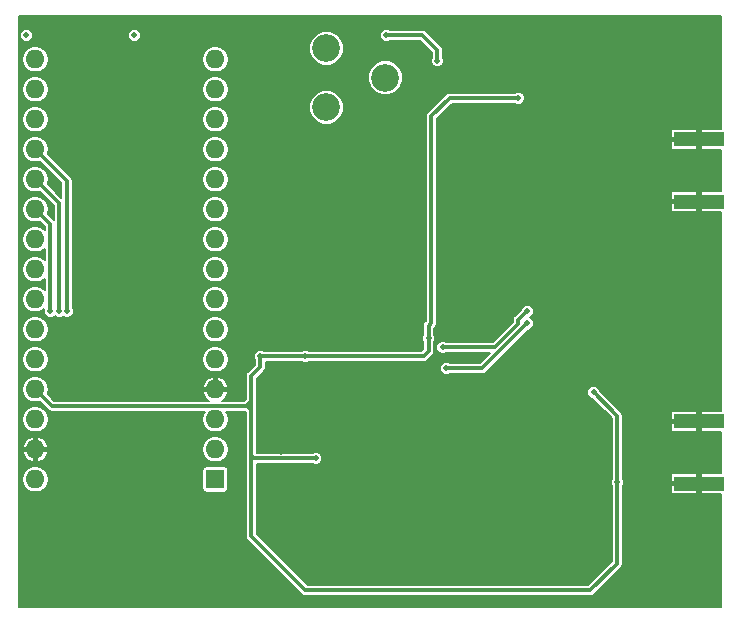
<source format=gbr>
G04 #@! TF.GenerationSoftware,KiCad,Pcbnew,6.0.0-rc1-unknown-0cca1c6~65~ubuntu16.04.1*
G04 #@! TF.CreationDate,2018-08-01T17:44:40+02:00*
G04 #@! TF.ProjectId,ArduinoSpecAn,41726475696E6F53706563416E2E6B69,1.0*
G04 #@! TF.SameCoordinates,Original*
G04 #@! TF.FileFunction,Copper,L2,Bot,Signal*
G04 #@! TF.FilePolarity,Positive*
%FSLAX46Y46*%
G04 Gerber Fmt 4.6, Leading zero omitted, Abs format (unit mm)*
G04 Created by KiCad (PCBNEW 6.0.0-rc1-unknown-0cca1c6~65~ubuntu16.04.1) date Wed Aug  1 17:44:40 2018*
%MOMM*%
%LPD*%
G01*
G04 APERTURE LIST*
G04 #@! TA.AperFunction,ConnectorPad*
%ADD10R,4.200000X1.200000*%
G04 #@! TD*
G04 #@! TA.AperFunction,ComponentPad*
%ADD11R,1.600000X1.600000*%
G04 #@! TD*
G04 #@! TA.AperFunction,ComponentPad*
%ADD12O,1.600000X1.600000*%
G04 #@! TD*
G04 #@! TA.AperFunction,ComponentPad*
%ADD13C,2.340000*%
G04 #@! TD*
G04 #@! TA.AperFunction,ViaPad*
%ADD14C,0.500000*%
G04 #@! TD*
G04 #@! TA.AperFunction,Conductor*
%ADD15C,0.342000*%
G04 #@! TD*
G04 #@! TA.AperFunction,Conductor*
%ADD16C,0.200000*%
G04 #@! TD*
G04 #@! TA.AperFunction,Conductor*
%ADD17C,0.203200*%
G04 #@! TD*
G04 APERTURE END LIST*
D10*
G04 #@! TO.P,J1,4*
G04 #@! TO.N,GND*
X165676000Y-120560000D03*
G04 #@! TO.P,J1,5*
X165676000Y-125820000D03*
G04 #@! TD*
G04 #@! TO.P,J2,4*
G04 #@! TO.N,GND*
X165676000Y-96684000D03*
G04 #@! TO.P,J2,5*
X165676000Y-101944000D03*
G04 #@! TD*
D11*
G04 #@! TO.P,A1,1*
G04 #@! TO.N,N/C*
X124714000Y-125476000D03*
D12*
G04 #@! TO.P,A1,17*
X109474000Y-92456000D03*
G04 #@! TO.P,A1,2*
X124714000Y-122936000D03*
G04 #@! TO.P,A1,18*
X109474000Y-94996000D03*
G04 #@! TO.P,A1,3*
X124714000Y-120396000D03*
G04 #@! TO.P,A1,19*
G04 #@! TO.N,/A0*
X109474000Y-97536000D03*
G04 #@! TO.P,A1,4*
G04 #@! TO.N,GND*
X124714000Y-117856000D03*
G04 #@! TO.P,A1,20*
G04 #@! TO.N,/A1*
X109474000Y-100076000D03*
G04 #@! TO.P,A1,5*
G04 #@! TO.N,N/C*
X124714000Y-115316000D03*
G04 #@! TO.P,A1,21*
G04 #@! TO.N,/A2*
X109474000Y-102616000D03*
G04 #@! TO.P,A1,6*
G04 #@! TO.N,N/C*
X124714000Y-112776000D03*
G04 #@! TO.P,A1,22*
G04 #@! TO.N,/SLD*
X109474000Y-105156000D03*
G04 #@! TO.P,A1,7*
G04 #@! TO.N,N/C*
X124714000Y-110236000D03*
G04 #@! TO.P,A1,23*
G04 #@! TO.N,/SDA*
X109474000Y-107696000D03*
G04 #@! TO.P,A1,8*
G04 #@! TO.N,N/C*
X124714000Y-107696000D03*
G04 #@! TO.P,A1,24*
G04 #@! TO.N,/SCL*
X109474000Y-110236000D03*
G04 #@! TO.P,A1,9*
G04 #@! TO.N,N/C*
X124714000Y-105156000D03*
G04 #@! TO.P,A1,25*
X109474000Y-112776000D03*
G04 #@! TO.P,A1,10*
X124714000Y-102616000D03*
G04 #@! TO.P,A1,26*
X109474000Y-115316000D03*
G04 #@! TO.P,A1,11*
X124714000Y-100076000D03*
G04 #@! TO.P,A1,27*
G04 #@! TO.N,/5V*
X109474000Y-117856000D03*
G04 #@! TO.P,A1,12*
G04 #@! TO.N,N/C*
X124714000Y-97536000D03*
G04 #@! TO.P,A1,28*
X109474000Y-120396000D03*
G04 #@! TO.P,A1,13*
X124714000Y-94996000D03*
G04 #@! TO.P,A1,29*
G04 #@! TO.N,GND*
X109474000Y-122936000D03*
G04 #@! TO.P,A1,14*
G04 #@! TO.N,N/C*
X124714000Y-92456000D03*
G04 #@! TO.P,A1,30*
X109474000Y-125476000D03*
G04 #@! TO.P,A1,15*
X124714000Y-89916000D03*
G04 #@! TO.P,A1,16*
X109474000Y-89916000D03*
G04 #@! TD*
D13*
G04 #@! TO.P,Pot1,1*
G04 #@! TO.N,Net-(C3-Pad2)*
X134112000Y-93980000D03*
G04 #@! TO.P,Pot1,2*
G04 #@! TO.N,Net-(Pot1-Pad2)*
X139112000Y-91480000D03*
G04 #@! TO.P,Pot1,3*
G04 #@! TO.N,N/C*
X134112000Y-88980000D03*
G04 #@! TD*
D14*
G04 #@! TO.N,*
X139192000Y-87884000D03*
X143510000Y-90043000D03*
G04 #@! TO.N,/5V*
X133223000Y-123698000D03*
X156734000Y-118110000D03*
X158734000Y-125730000D03*
X128524000Y-115062000D03*
X142774500Y-113538000D03*
X132334000Y-115062000D03*
X150368000Y-93191500D03*
G04 #@! TO.N,GND*
X164846000Y-108966000D03*
X164846000Y-113284000D03*
X164846000Y-110871000D03*
X164973000Y-91059000D03*
X160655000Y-96139000D03*
X161544000Y-93345000D03*
X157226000Y-131191000D03*
X139827000Y-95250000D03*
X147828000Y-104394000D03*
X141986000Y-104267000D03*
X141986000Y-101219000D03*
X141986000Y-97409000D03*
X149225000Y-107696000D03*
X149225000Y-115824000D03*
X149225000Y-110236000D03*
X130302000Y-116332000D03*
X130302000Y-120015000D03*
X142240000Y-129286000D03*
X151130000Y-129286000D03*
X149098000Y-129286000D03*
X146939000Y-129286000D03*
X144526000Y-129286000D03*
X142113000Y-122047000D03*
X151257000Y-122047000D03*
X149098000Y-122047000D03*
X146939000Y-122047000D03*
X144526000Y-122047000D03*
X165676000Y-120560000D03*
X165676000Y-125820000D03*
X165676000Y-101944000D03*
X165676000Y-96684000D03*
X129413000Y-128000000D03*
X115062000Y-135636000D03*
X109220000Y-135636000D03*
X120650000Y-135636000D03*
X140732000Y-113538000D03*
X140732000Y-109474000D03*
X137144000Y-108712000D03*
X137144000Y-106172000D03*
X137144000Y-103632000D03*
X137144000Y-101092000D03*
X131080000Y-98552000D03*
X131080000Y-108712000D03*
X130299563Y-123124590D03*
X120904000Y-117856000D03*
X120904000Y-120904000D03*
X127254000Y-97409000D03*
X127251563Y-100518590D03*
X127254000Y-93726000D03*
X149135731Y-112752141D03*
X120904000Y-111252000D03*
X120904000Y-107950000D03*
X113792000Y-107950000D03*
X113792000Y-111252000D03*
X112573821Y-120904000D03*
X112573821Y-117856000D03*
X144018000Y-101219000D03*
X144018000Y-104267000D03*
X144018000Y-97409000D03*
G04 #@! TO.N,/A0*
X112158335Y-111242013D03*
G04 #@! TO.N,/SCL*
X151130000Y-112268000D03*
X144272000Y-116078000D03*
G04 #@! TO.N,/SLD*
X151130000Y-111252000D03*
X143980191Y-114299900D03*
G04 #@! TO.N,/A1*
X111506000Y-111252000D03*
G04 #@! TO.N,/A2*
X110744000Y-111252000D03*
G04 #@! TO.N,Net-(Pot1-Pad3)*
X117856000Y-87884000D03*
X108712000Y-87884000D03*
G04 #@! TD*
D15*
G04 #@! TO.N,*
X143510000Y-90043000D02*
X143510000Y-89154000D01*
X139192000Y-87884000D02*
X142240000Y-87884000D01*
X142240000Y-87884000D02*
X143510000Y-89154000D01*
G04 #@! TO.N,/5V*
X158734000Y-120110000D02*
X156734000Y-118110000D01*
X158734000Y-125730000D02*
X158734000Y-120110000D01*
X158734000Y-125730000D02*
X158734000Y-132604000D01*
X158734000Y-132604000D02*
X156464000Y-134874000D01*
X156464000Y-134874000D02*
X132334000Y-134874000D01*
X132334000Y-134874000D02*
X127762000Y-130302000D01*
X110273999Y-118655999D02*
X109474000Y-117856000D01*
X110890599Y-119272599D02*
X110273999Y-118655999D01*
X127400599Y-119272599D02*
X110890599Y-119272599D01*
X127762000Y-119634000D02*
X127400599Y-119272599D01*
X128016000Y-123698000D02*
X127762000Y-123444000D01*
X133223000Y-123698000D02*
X128016000Y-123698000D01*
X127762000Y-130302000D02*
X127762000Y-123444000D01*
X128524000Y-115976500D02*
X127762000Y-116738500D01*
X128524000Y-115062000D02*
X128524000Y-115976500D01*
X127762000Y-119888000D02*
X127762000Y-119634000D01*
X127762000Y-123444000D02*
X127762000Y-119888000D01*
X127400599Y-119272599D02*
X127400599Y-119233401D01*
X127762000Y-118872000D02*
X127762000Y-119888000D01*
X127400599Y-119233401D02*
X127762000Y-118872000D01*
X127762000Y-116738500D02*
X127762000Y-118872000D01*
X129616000Y-115062000D02*
X128524000Y-115062000D01*
X142342500Y-115062000D02*
X129616000Y-115062000D01*
X142774500Y-114630000D02*
X142342500Y-115062000D01*
X142774500Y-113538000D02*
X142774500Y-114630000D01*
D16*
X142774500Y-112588000D02*
X143002000Y-112360500D01*
X142774500Y-113538000D02*
X142774500Y-112588000D01*
D15*
X142774500Y-112446000D02*
X143002000Y-112218500D01*
X142774500Y-113538000D02*
X142774500Y-112446000D01*
X143002000Y-112218500D02*
X143002000Y-94742000D01*
X144552500Y-93191500D02*
X150368000Y-93191500D01*
X143002000Y-94742000D02*
X144552500Y-93191500D01*
G04 #@! TO.N,GND*
X164846000Y-110871000D02*
X164846000Y-108966000D01*
X160655000Y-96139000D02*
X160655000Y-94234000D01*
X161544000Y-93345000D02*
X160655000Y-94234000D01*
X141986000Y-97409000D02*
X141986000Y-101219000D01*
X130302000Y-120015000D02*
X130302000Y-116332000D01*
X146939000Y-129286000D02*
X149098000Y-129286000D01*
X144526000Y-129286000D02*
X142240000Y-129286000D01*
X146939000Y-122047000D02*
X149098000Y-122047000D01*
X144526000Y-122047000D02*
X142113000Y-122047000D01*
X132604000Y-131191000D02*
X129413000Y-128000000D01*
X157226000Y-131191000D02*
X132604000Y-131191000D01*
X115062000Y-135636000D02*
X120650000Y-135636000D01*
X140732000Y-113538000D02*
X140732000Y-109474000D01*
X137144000Y-100942000D02*
X137144000Y-101092000D01*
X134754000Y-98552000D02*
X137144000Y-100942000D01*
X131080000Y-98552000D02*
X134754000Y-98552000D01*
X127254000Y-97409000D02*
X127254000Y-93726000D01*
X120904000Y-111252000D02*
X120904000Y-107950000D01*
X113792000Y-107950000D02*
X113792000Y-111252000D01*
X120904000Y-120904000D02*
X112573821Y-120904000D01*
X144018000Y-97409000D02*
X144018000Y-101219000D01*
G04 #@! TO.N,/A0*
X112158335Y-110888460D02*
X112158335Y-111242013D01*
X109474000Y-97536000D02*
X112158335Y-100220335D01*
X112158335Y-100220335D02*
X112158335Y-110888460D01*
G04 #@! TO.N,/SCL*
X151130000Y-112268000D02*
X147320000Y-116078000D01*
X147320000Y-116078000D02*
X144272000Y-116078000D01*
G04 #@! TO.N,/SLD*
X144333744Y-114299900D02*
X143980191Y-114299900D01*
X148398898Y-114299900D02*
X144333744Y-114299900D01*
X150368000Y-112330798D02*
X148398898Y-114299900D01*
X151130000Y-111252000D02*
X150368000Y-112014000D01*
X150368000Y-112014000D02*
X150368000Y-112330798D01*
G04 #@! TO.N,/A1*
X111506000Y-102108000D02*
X109474000Y-100076000D01*
X111506000Y-111252000D02*
X111506000Y-102108000D01*
G04 #@! TO.N,/A2*
X110744000Y-103886000D02*
X109474000Y-102616000D01*
X110744000Y-111252000D02*
X110744000Y-103886000D01*
G04 #@! TD*
D17*
G04 #@! TO.N,GND*
G36*
X167514200Y-86263318D02*
X167514200Y-95779200D01*
X165904600Y-95779200D01*
X165828400Y-95855400D01*
X165828400Y-96531600D01*
X165848400Y-96531600D01*
X165848400Y-96836400D01*
X165828400Y-96836400D01*
X165828400Y-97512600D01*
X165904600Y-97588800D01*
X167514200Y-97588800D01*
X167514200Y-101039200D01*
X165904600Y-101039200D01*
X165828400Y-101115400D01*
X165828400Y-101791600D01*
X165848400Y-101791600D01*
X165848400Y-102096400D01*
X165828400Y-102096400D01*
X165828400Y-102772600D01*
X165904600Y-102848800D01*
X167514200Y-102848800D01*
X167514201Y-119655200D01*
X165904600Y-119655200D01*
X165828400Y-119731400D01*
X165828400Y-120407600D01*
X165848400Y-120407600D01*
X165848400Y-120712400D01*
X165828400Y-120712400D01*
X165828400Y-121388600D01*
X165904600Y-121464800D01*
X167514201Y-121464800D01*
X167514201Y-124915200D01*
X165904600Y-124915200D01*
X165828400Y-124991400D01*
X165828400Y-125667600D01*
X165848400Y-125667600D01*
X165848400Y-125972400D01*
X165828400Y-125972400D01*
X165828400Y-126648600D01*
X165904600Y-126724800D01*
X167514201Y-126724800D01*
X167514201Y-136240681D01*
X167482682Y-136272200D01*
X108107318Y-136272200D01*
X108075800Y-136240682D01*
X108075800Y-125476000D01*
X108347556Y-125476000D01*
X108433301Y-125907071D01*
X108677484Y-126272516D01*
X109042929Y-126516699D01*
X109365188Y-126580800D01*
X109582812Y-126580800D01*
X109905071Y-126516699D01*
X110270516Y-126272516D01*
X110514699Y-125907071D01*
X110600444Y-125476000D01*
X110514699Y-125044929D01*
X110270516Y-124679484D01*
X110265302Y-124676000D01*
X123603229Y-124676000D01*
X123603229Y-126276000D01*
X123626885Y-126394927D01*
X123694252Y-126495748D01*
X123795073Y-126563115D01*
X123914000Y-126586771D01*
X125514000Y-126586771D01*
X125632927Y-126563115D01*
X125733748Y-126495748D01*
X125801115Y-126394927D01*
X125824771Y-126276000D01*
X125824771Y-124676000D01*
X125801115Y-124557073D01*
X125733748Y-124456252D01*
X125632927Y-124388885D01*
X125514000Y-124365229D01*
X123914000Y-124365229D01*
X123795073Y-124388885D01*
X123694252Y-124456252D01*
X123626885Y-124557073D01*
X123603229Y-124676000D01*
X110265302Y-124676000D01*
X109905071Y-124435301D01*
X109582812Y-124371200D01*
X109365188Y-124371200D01*
X109042929Y-124435301D01*
X108677484Y-124679484D01*
X108433301Y-125044929D01*
X108347556Y-125476000D01*
X108075800Y-125476000D01*
X108075800Y-123257700D01*
X108417074Y-123257700D01*
X108499151Y-123455892D01*
X108772311Y-123789376D01*
X109152297Y-123992941D01*
X109321600Y-123954054D01*
X109321600Y-123088400D01*
X109626400Y-123088400D01*
X109626400Y-123954054D01*
X109795703Y-123992941D01*
X110175689Y-123789376D01*
X110448849Y-123455892D01*
X110530926Y-123257700D01*
X110491247Y-123088400D01*
X109626400Y-123088400D01*
X109321600Y-123088400D01*
X108456753Y-123088400D01*
X108417074Y-123257700D01*
X108075800Y-123257700D01*
X108075800Y-122936000D01*
X123587556Y-122936000D01*
X123673301Y-123367071D01*
X123917484Y-123732516D01*
X124282929Y-123976699D01*
X124605188Y-124040800D01*
X124822812Y-124040800D01*
X125145071Y-123976699D01*
X125510516Y-123732516D01*
X125754699Y-123367071D01*
X125840444Y-122936000D01*
X125754699Y-122504929D01*
X125510516Y-122139484D01*
X125145071Y-121895301D01*
X124822812Y-121831200D01*
X124605188Y-121831200D01*
X124282929Y-121895301D01*
X123917484Y-122139484D01*
X123673301Y-122504929D01*
X123587556Y-122936000D01*
X108075800Y-122936000D01*
X108075800Y-122614300D01*
X108417074Y-122614300D01*
X108456753Y-122783600D01*
X109321600Y-122783600D01*
X109321600Y-121917946D01*
X109626400Y-121917946D01*
X109626400Y-122783600D01*
X110491247Y-122783600D01*
X110530926Y-122614300D01*
X110448849Y-122416108D01*
X110175689Y-122082624D01*
X109795703Y-121879059D01*
X109626400Y-121917946D01*
X109321600Y-121917946D01*
X109152297Y-121879059D01*
X108772311Y-122082624D01*
X108499151Y-122416108D01*
X108417074Y-122614300D01*
X108075800Y-122614300D01*
X108075800Y-120396000D01*
X108347556Y-120396000D01*
X108433301Y-120827071D01*
X108677484Y-121192516D01*
X109042929Y-121436699D01*
X109365188Y-121500800D01*
X109582812Y-121500800D01*
X109905071Y-121436699D01*
X110270516Y-121192516D01*
X110514699Y-120827071D01*
X110600444Y-120396000D01*
X110514699Y-119964929D01*
X110270516Y-119599484D01*
X109905071Y-119355301D01*
X109582812Y-119291200D01*
X109365188Y-119291200D01*
X109042929Y-119355301D01*
X108677484Y-119599484D01*
X108433301Y-119964929D01*
X108347556Y-120396000D01*
X108075800Y-120396000D01*
X108075800Y-117856000D01*
X108347556Y-117856000D01*
X108433301Y-118287071D01*
X108677484Y-118652516D01*
X109042929Y-118896699D01*
X109365188Y-118960800D01*
X109582812Y-118960800D01*
X109852311Y-118907194D01*
X109970691Y-119025574D01*
X109970694Y-119025576D01*
X110521024Y-119575907D01*
X110547567Y-119615631D01*
X110704951Y-119720792D01*
X110843740Y-119748399D01*
X110843743Y-119748399D01*
X110890598Y-119757719D01*
X110937454Y-119748399D01*
X123817982Y-119748399D01*
X123673301Y-119964929D01*
X123587556Y-120396000D01*
X123673301Y-120827071D01*
X123917484Y-121192516D01*
X124282929Y-121436699D01*
X124605188Y-121500800D01*
X124822812Y-121500800D01*
X125145071Y-121436699D01*
X125510516Y-121192516D01*
X125754699Y-120827071D01*
X125840444Y-120396000D01*
X125754699Y-119964929D01*
X125610018Y-119748399D01*
X127203517Y-119748399D01*
X127286200Y-119831083D01*
X127286200Y-119934858D01*
X127286201Y-119934863D01*
X127286200Y-123397144D01*
X127276880Y-123444000D01*
X127286200Y-123490855D01*
X127286200Y-123490858D01*
X127286201Y-123490863D01*
X127286200Y-130255145D01*
X127276880Y-130302000D01*
X127286200Y-130348855D01*
X127286200Y-130348858D01*
X127313807Y-130487647D01*
X127418968Y-130645032D01*
X127458694Y-130671576D01*
X131964426Y-135177308D01*
X131990968Y-135217032D01*
X132148352Y-135322193D01*
X132287141Y-135349800D01*
X132287145Y-135349800D01*
X132333999Y-135359120D01*
X132380853Y-135349800D01*
X156417145Y-135349800D01*
X156464000Y-135359120D01*
X156510855Y-135349800D01*
X156510859Y-135349800D01*
X156649648Y-135322193D01*
X156807032Y-135217032D01*
X156833576Y-135177306D01*
X159037306Y-132973576D01*
X159077032Y-132947032D01*
X159182193Y-132789648D01*
X159209800Y-132650859D01*
X159209800Y-132650856D01*
X159219120Y-132604000D01*
X159209800Y-132557145D01*
X159209800Y-126048600D01*
X163271200Y-126048600D01*
X163271200Y-126480629D01*
X163317603Y-126592656D01*
X163403345Y-126678397D01*
X163515372Y-126724800D01*
X165447400Y-126724800D01*
X165523600Y-126648600D01*
X165523600Y-125972400D01*
X163347400Y-125972400D01*
X163271200Y-126048600D01*
X159209800Y-126048600D01*
X159209800Y-126031080D01*
X159288800Y-125840357D01*
X159288800Y-125619643D01*
X159209800Y-125428920D01*
X159209800Y-125159371D01*
X163271200Y-125159371D01*
X163271200Y-125591400D01*
X163347400Y-125667600D01*
X165523600Y-125667600D01*
X165523600Y-124991400D01*
X165447400Y-124915200D01*
X163515372Y-124915200D01*
X163403345Y-124961603D01*
X163317603Y-125047344D01*
X163271200Y-125159371D01*
X159209800Y-125159371D01*
X159209800Y-120788600D01*
X163271200Y-120788600D01*
X163271200Y-121220629D01*
X163317603Y-121332656D01*
X163403345Y-121418397D01*
X163515372Y-121464800D01*
X165447400Y-121464800D01*
X165523600Y-121388600D01*
X165523600Y-120712400D01*
X163347400Y-120712400D01*
X163271200Y-120788600D01*
X159209800Y-120788600D01*
X159209800Y-120156855D01*
X159219120Y-120109999D01*
X159209800Y-120063144D01*
X159209800Y-120063141D01*
X159182193Y-119924352D01*
X159165502Y-119899371D01*
X163271200Y-119899371D01*
X163271200Y-120331400D01*
X163347400Y-120407600D01*
X165523600Y-120407600D01*
X165523600Y-119731400D01*
X165447400Y-119655200D01*
X163515372Y-119655200D01*
X163403345Y-119701603D01*
X163317603Y-119787344D01*
X163271200Y-119899371D01*
X159165502Y-119899371D01*
X159077032Y-119766968D01*
X159037308Y-119740425D01*
X157283338Y-117986455D01*
X157204337Y-117795731D01*
X157048269Y-117639663D01*
X156844357Y-117555200D01*
X156623643Y-117555200D01*
X156419731Y-117639663D01*
X156263663Y-117795731D01*
X156179200Y-117999643D01*
X156179200Y-118220357D01*
X156263663Y-118424269D01*
X156419731Y-118580337D01*
X156610455Y-118659338D01*
X158258201Y-120307084D01*
X158258200Y-125428920D01*
X158179200Y-125619643D01*
X158179200Y-125840357D01*
X158258200Y-126031080D01*
X158258201Y-132406917D01*
X156266918Y-134398200D01*
X132531083Y-134398200D01*
X128237800Y-130104918D01*
X128237800Y-124173800D01*
X132921920Y-124173800D01*
X133112643Y-124252800D01*
X133333357Y-124252800D01*
X133537269Y-124168337D01*
X133693337Y-124012269D01*
X133777800Y-123808357D01*
X133777800Y-123587643D01*
X133693337Y-123383731D01*
X133537269Y-123227663D01*
X133333357Y-123143200D01*
X133112643Y-123143200D01*
X132921920Y-123222200D01*
X128237800Y-123222200D01*
X128237800Y-119680855D01*
X128247120Y-119633999D01*
X128237800Y-119587142D01*
X128237800Y-118918856D01*
X128247120Y-118872001D01*
X128237800Y-118825145D01*
X128237800Y-116935582D01*
X128827306Y-116346076D01*
X128867032Y-116319532D01*
X128972193Y-116162148D01*
X128999800Y-116023359D01*
X128999800Y-116023356D01*
X129009120Y-115976500D01*
X128999800Y-115929645D01*
X128999800Y-115537800D01*
X132032920Y-115537800D01*
X132223643Y-115616800D01*
X132444357Y-115616800D01*
X132635080Y-115537800D01*
X142295645Y-115537800D01*
X142342500Y-115547120D01*
X142389355Y-115537800D01*
X142389359Y-115537800D01*
X142528148Y-115510193D01*
X142685532Y-115405032D01*
X142712076Y-115365306D01*
X143077808Y-114999575D01*
X143117532Y-114973032D01*
X143222693Y-114815648D01*
X143250300Y-114676859D01*
X143250300Y-114676856D01*
X143259620Y-114630001D01*
X143250300Y-114583145D01*
X143250300Y-114189543D01*
X143425391Y-114189543D01*
X143425391Y-114410257D01*
X143509854Y-114614169D01*
X143665922Y-114770237D01*
X143869834Y-114854700D01*
X144090548Y-114854700D01*
X144281271Y-114775700D01*
X147949418Y-114775700D01*
X147122918Y-115602200D01*
X144573080Y-115602200D01*
X144382357Y-115523200D01*
X144161643Y-115523200D01*
X143957731Y-115607663D01*
X143801663Y-115763731D01*
X143717200Y-115967643D01*
X143717200Y-116188357D01*
X143801663Y-116392269D01*
X143957731Y-116548337D01*
X144161643Y-116632800D01*
X144382357Y-116632800D01*
X144573080Y-116553800D01*
X147273145Y-116553800D01*
X147320000Y-116563120D01*
X147366855Y-116553800D01*
X147366859Y-116553800D01*
X147505648Y-116526193D01*
X147663032Y-116421032D01*
X147689576Y-116381306D01*
X151253544Y-112817338D01*
X151444269Y-112738337D01*
X151600337Y-112582269D01*
X151684800Y-112378357D01*
X151684800Y-112157643D01*
X151600337Y-111953731D01*
X151444269Y-111797663D01*
X151353342Y-111760000D01*
X151444269Y-111722337D01*
X151600337Y-111566269D01*
X151684800Y-111362357D01*
X151684800Y-111141643D01*
X151600337Y-110937731D01*
X151444269Y-110781663D01*
X151240357Y-110697200D01*
X151019643Y-110697200D01*
X150815731Y-110781663D01*
X150659663Y-110937731D01*
X150580662Y-111128456D01*
X150064694Y-111644424D01*
X150024968Y-111670968D01*
X149919807Y-111828353D01*
X149892200Y-111967142D01*
X149892200Y-111967145D01*
X149882880Y-112014000D01*
X149892200Y-112060855D01*
X149892200Y-112133716D01*
X148201816Y-113824100D01*
X144281271Y-113824100D01*
X144090548Y-113745100D01*
X143869834Y-113745100D01*
X143665922Y-113829563D01*
X143509854Y-113985631D01*
X143425391Y-114189543D01*
X143250300Y-114189543D01*
X143250300Y-113839080D01*
X143329300Y-113648357D01*
X143329300Y-113427643D01*
X143250300Y-113236920D01*
X143250300Y-112684673D01*
X143316427Y-112618546D01*
X143383313Y-112518445D01*
X143387336Y-112498220D01*
X143450193Y-112404148D01*
X143477800Y-112265359D01*
X143477800Y-112265356D01*
X143487120Y-112218500D01*
X143477800Y-112171645D01*
X143477800Y-102172600D01*
X163271200Y-102172600D01*
X163271200Y-102604629D01*
X163317603Y-102716656D01*
X163403345Y-102802397D01*
X163515372Y-102848800D01*
X165447400Y-102848800D01*
X165523600Y-102772600D01*
X165523600Y-102096400D01*
X163347400Y-102096400D01*
X163271200Y-102172600D01*
X143477800Y-102172600D01*
X143477800Y-101283371D01*
X163271200Y-101283371D01*
X163271200Y-101715400D01*
X163347400Y-101791600D01*
X165523600Y-101791600D01*
X165523600Y-101115400D01*
X165447400Y-101039200D01*
X163515372Y-101039200D01*
X163403345Y-101085603D01*
X163317603Y-101171344D01*
X163271200Y-101283371D01*
X143477800Y-101283371D01*
X143477800Y-96912600D01*
X163271200Y-96912600D01*
X163271200Y-97344629D01*
X163317603Y-97456656D01*
X163403345Y-97542397D01*
X163515372Y-97588800D01*
X165447400Y-97588800D01*
X165523600Y-97512600D01*
X165523600Y-96836400D01*
X163347400Y-96836400D01*
X163271200Y-96912600D01*
X143477800Y-96912600D01*
X143477800Y-96023371D01*
X163271200Y-96023371D01*
X163271200Y-96455400D01*
X163347400Y-96531600D01*
X165523600Y-96531600D01*
X165523600Y-95855400D01*
X165447400Y-95779200D01*
X163515372Y-95779200D01*
X163403345Y-95825603D01*
X163317603Y-95911344D01*
X163271200Y-96023371D01*
X143477800Y-96023371D01*
X143477800Y-94939082D01*
X144749583Y-93667300D01*
X150066920Y-93667300D01*
X150257643Y-93746300D01*
X150478357Y-93746300D01*
X150682269Y-93661837D01*
X150838337Y-93505769D01*
X150922800Y-93301857D01*
X150922800Y-93081143D01*
X150838337Y-92877231D01*
X150682269Y-92721163D01*
X150478357Y-92636700D01*
X150257643Y-92636700D01*
X150066920Y-92715700D01*
X144599355Y-92715700D01*
X144552499Y-92706380D01*
X144505644Y-92715700D01*
X144505641Y-92715700D01*
X144366852Y-92743307D01*
X144209468Y-92848468D01*
X144182925Y-92888192D01*
X142698692Y-94372426D01*
X142658969Y-94398968D01*
X142632427Y-94438691D01*
X142632425Y-94438693D01*
X142553807Y-94556353D01*
X142516880Y-94742000D01*
X142526201Y-94788860D01*
X142526200Y-112021418D01*
X142471192Y-112076426D01*
X142431469Y-112102968D01*
X142404927Y-112142691D01*
X142404925Y-112142693D01*
X142326307Y-112260353D01*
X142289380Y-112446000D01*
X142298701Y-112492860D01*
X142298700Y-113236919D01*
X142219700Y-113427643D01*
X142219700Y-113648357D01*
X142298700Y-113839081D01*
X142298701Y-114432917D01*
X142145418Y-114586200D01*
X132635080Y-114586200D01*
X132444357Y-114507200D01*
X132223643Y-114507200D01*
X132032920Y-114586200D01*
X128825080Y-114586200D01*
X128634357Y-114507200D01*
X128413643Y-114507200D01*
X128209731Y-114591663D01*
X128053663Y-114747731D01*
X127969200Y-114951643D01*
X127969200Y-115172357D01*
X128048200Y-115363081D01*
X128048201Y-115779417D01*
X127458694Y-116368924D01*
X127418968Y-116395468D01*
X127313807Y-116552853D01*
X127286200Y-116691642D01*
X127286200Y-116691645D01*
X127276880Y-116738500D01*
X127286200Y-116785356D01*
X127286201Y-118674917D01*
X127164319Y-118796799D01*
X125252500Y-118796799D01*
X125415689Y-118709376D01*
X125688849Y-118375892D01*
X125770926Y-118177700D01*
X125731247Y-118008400D01*
X124866400Y-118008400D01*
X124866400Y-118028400D01*
X124561600Y-118028400D01*
X124561600Y-118008400D01*
X123696753Y-118008400D01*
X123657074Y-118177700D01*
X123739151Y-118375892D01*
X124012311Y-118709376D01*
X124175500Y-118796799D01*
X111087682Y-118796799D01*
X110643576Y-118352694D01*
X110643574Y-118352691D01*
X110525194Y-118234311D01*
X110600444Y-117856000D01*
X110536455Y-117534300D01*
X123657074Y-117534300D01*
X123696753Y-117703600D01*
X124561600Y-117703600D01*
X124561600Y-116837946D01*
X124866400Y-116837946D01*
X124866400Y-117703600D01*
X125731247Y-117703600D01*
X125770926Y-117534300D01*
X125688849Y-117336108D01*
X125415689Y-117002624D01*
X125035703Y-116799059D01*
X124866400Y-116837946D01*
X124561600Y-116837946D01*
X124392297Y-116799059D01*
X124012311Y-117002624D01*
X123739151Y-117336108D01*
X123657074Y-117534300D01*
X110536455Y-117534300D01*
X110514699Y-117424929D01*
X110270516Y-117059484D01*
X109905071Y-116815301D01*
X109582812Y-116751200D01*
X109365188Y-116751200D01*
X109042929Y-116815301D01*
X108677484Y-117059484D01*
X108433301Y-117424929D01*
X108347556Y-117856000D01*
X108075800Y-117856000D01*
X108075800Y-115316000D01*
X108347556Y-115316000D01*
X108433301Y-115747071D01*
X108677484Y-116112516D01*
X109042929Y-116356699D01*
X109365188Y-116420800D01*
X109582812Y-116420800D01*
X109905071Y-116356699D01*
X110270516Y-116112516D01*
X110514699Y-115747071D01*
X110600444Y-115316000D01*
X123587556Y-115316000D01*
X123673301Y-115747071D01*
X123917484Y-116112516D01*
X124282929Y-116356699D01*
X124605188Y-116420800D01*
X124822812Y-116420800D01*
X125145071Y-116356699D01*
X125510516Y-116112516D01*
X125754699Y-115747071D01*
X125840444Y-115316000D01*
X125754699Y-114884929D01*
X125510516Y-114519484D01*
X125145071Y-114275301D01*
X124822812Y-114211200D01*
X124605188Y-114211200D01*
X124282929Y-114275301D01*
X123917484Y-114519484D01*
X123673301Y-114884929D01*
X123587556Y-115316000D01*
X110600444Y-115316000D01*
X110514699Y-114884929D01*
X110270516Y-114519484D01*
X109905071Y-114275301D01*
X109582812Y-114211200D01*
X109365188Y-114211200D01*
X109042929Y-114275301D01*
X108677484Y-114519484D01*
X108433301Y-114884929D01*
X108347556Y-115316000D01*
X108075800Y-115316000D01*
X108075800Y-112776000D01*
X108347556Y-112776000D01*
X108433301Y-113207071D01*
X108677484Y-113572516D01*
X109042929Y-113816699D01*
X109365188Y-113880800D01*
X109582812Y-113880800D01*
X109905071Y-113816699D01*
X110270516Y-113572516D01*
X110514699Y-113207071D01*
X110600444Y-112776000D01*
X123587556Y-112776000D01*
X123673301Y-113207071D01*
X123917484Y-113572516D01*
X124282929Y-113816699D01*
X124605188Y-113880800D01*
X124822812Y-113880800D01*
X125145071Y-113816699D01*
X125510516Y-113572516D01*
X125754699Y-113207071D01*
X125840444Y-112776000D01*
X125754699Y-112344929D01*
X125510516Y-111979484D01*
X125145071Y-111735301D01*
X124822812Y-111671200D01*
X124605188Y-111671200D01*
X124282929Y-111735301D01*
X123917484Y-111979484D01*
X123673301Y-112344929D01*
X123587556Y-112776000D01*
X110600444Y-112776000D01*
X110514699Y-112344929D01*
X110270516Y-111979484D01*
X109905071Y-111735301D01*
X109582812Y-111671200D01*
X109365188Y-111671200D01*
X109042929Y-111735301D01*
X108677484Y-111979484D01*
X108433301Y-112344929D01*
X108347556Y-112776000D01*
X108075800Y-112776000D01*
X108075800Y-97536000D01*
X108347556Y-97536000D01*
X108433301Y-97967071D01*
X108677484Y-98332516D01*
X109042929Y-98576699D01*
X109365188Y-98640800D01*
X109582812Y-98640800D01*
X109852311Y-98587194D01*
X111682535Y-100417418D01*
X111682535Y-101611652D01*
X110525194Y-100454311D01*
X110600444Y-100076000D01*
X110514699Y-99644929D01*
X110270516Y-99279484D01*
X109905071Y-99035301D01*
X109582812Y-98971200D01*
X109365188Y-98971200D01*
X109042929Y-99035301D01*
X108677484Y-99279484D01*
X108433301Y-99644929D01*
X108347556Y-100076000D01*
X108433301Y-100507071D01*
X108677484Y-100872516D01*
X109042929Y-101116699D01*
X109365188Y-101180800D01*
X109582812Y-101180800D01*
X109852311Y-101127194D01*
X111030201Y-102305084D01*
X111030201Y-103499318D01*
X110525194Y-102994311D01*
X110600444Y-102616000D01*
X110514699Y-102184929D01*
X110270516Y-101819484D01*
X109905071Y-101575301D01*
X109582812Y-101511200D01*
X109365188Y-101511200D01*
X109042929Y-101575301D01*
X108677484Y-101819484D01*
X108433301Y-102184929D01*
X108347556Y-102616000D01*
X108433301Y-103047071D01*
X108677484Y-103412516D01*
X109042929Y-103656699D01*
X109365188Y-103720800D01*
X109582812Y-103720800D01*
X109852311Y-103667194D01*
X110268201Y-104083084D01*
X110268201Y-104357937D01*
X109905071Y-104115301D01*
X109582812Y-104051200D01*
X109365188Y-104051200D01*
X109042929Y-104115301D01*
X108677484Y-104359484D01*
X108433301Y-104724929D01*
X108347556Y-105156000D01*
X108433301Y-105587071D01*
X108677484Y-105952516D01*
X109042929Y-106196699D01*
X109365188Y-106260800D01*
X109582812Y-106260800D01*
X109905071Y-106196699D01*
X110268201Y-105954063D01*
X110268201Y-106897937D01*
X109905071Y-106655301D01*
X109582812Y-106591200D01*
X109365188Y-106591200D01*
X109042929Y-106655301D01*
X108677484Y-106899484D01*
X108433301Y-107264929D01*
X108347556Y-107696000D01*
X108433301Y-108127071D01*
X108677484Y-108492516D01*
X109042929Y-108736699D01*
X109365188Y-108800800D01*
X109582812Y-108800800D01*
X109905071Y-108736699D01*
X110268200Y-108494063D01*
X110268200Y-109437937D01*
X109905071Y-109195301D01*
X109582812Y-109131200D01*
X109365188Y-109131200D01*
X109042929Y-109195301D01*
X108677484Y-109439484D01*
X108433301Y-109804929D01*
X108347556Y-110236000D01*
X108433301Y-110667071D01*
X108677484Y-111032516D01*
X109042929Y-111276699D01*
X109365188Y-111340800D01*
X109582812Y-111340800D01*
X109905071Y-111276699D01*
X110220582Y-111065881D01*
X110189200Y-111141643D01*
X110189200Y-111362357D01*
X110273663Y-111566269D01*
X110429731Y-111722337D01*
X110633643Y-111806800D01*
X110854357Y-111806800D01*
X111058269Y-111722337D01*
X111125000Y-111655606D01*
X111191731Y-111722337D01*
X111395643Y-111806800D01*
X111616357Y-111806800D01*
X111820269Y-111722337D01*
X111837161Y-111705445D01*
X111844066Y-111712350D01*
X112047978Y-111796813D01*
X112268692Y-111796813D01*
X112472604Y-111712350D01*
X112628672Y-111556282D01*
X112713135Y-111352370D01*
X112713135Y-111131656D01*
X112634135Y-110940933D01*
X112634135Y-110236000D01*
X123587556Y-110236000D01*
X123673301Y-110667071D01*
X123917484Y-111032516D01*
X124282929Y-111276699D01*
X124605188Y-111340800D01*
X124822812Y-111340800D01*
X125145071Y-111276699D01*
X125510516Y-111032516D01*
X125754699Y-110667071D01*
X125840444Y-110236000D01*
X125754699Y-109804929D01*
X125510516Y-109439484D01*
X125145071Y-109195301D01*
X124822812Y-109131200D01*
X124605188Y-109131200D01*
X124282929Y-109195301D01*
X123917484Y-109439484D01*
X123673301Y-109804929D01*
X123587556Y-110236000D01*
X112634135Y-110236000D01*
X112634135Y-107696000D01*
X123587556Y-107696000D01*
X123673301Y-108127071D01*
X123917484Y-108492516D01*
X124282929Y-108736699D01*
X124605188Y-108800800D01*
X124822812Y-108800800D01*
X125145071Y-108736699D01*
X125510516Y-108492516D01*
X125754699Y-108127071D01*
X125840444Y-107696000D01*
X125754699Y-107264929D01*
X125510516Y-106899484D01*
X125145071Y-106655301D01*
X124822812Y-106591200D01*
X124605188Y-106591200D01*
X124282929Y-106655301D01*
X123917484Y-106899484D01*
X123673301Y-107264929D01*
X123587556Y-107696000D01*
X112634135Y-107696000D01*
X112634135Y-105156000D01*
X123587556Y-105156000D01*
X123673301Y-105587071D01*
X123917484Y-105952516D01*
X124282929Y-106196699D01*
X124605188Y-106260800D01*
X124822812Y-106260800D01*
X125145071Y-106196699D01*
X125510516Y-105952516D01*
X125754699Y-105587071D01*
X125840444Y-105156000D01*
X125754699Y-104724929D01*
X125510516Y-104359484D01*
X125145071Y-104115301D01*
X124822812Y-104051200D01*
X124605188Y-104051200D01*
X124282929Y-104115301D01*
X123917484Y-104359484D01*
X123673301Y-104724929D01*
X123587556Y-105156000D01*
X112634135Y-105156000D01*
X112634135Y-102616000D01*
X123587556Y-102616000D01*
X123673301Y-103047071D01*
X123917484Y-103412516D01*
X124282929Y-103656699D01*
X124605188Y-103720800D01*
X124822812Y-103720800D01*
X125145071Y-103656699D01*
X125510516Y-103412516D01*
X125754699Y-103047071D01*
X125840444Y-102616000D01*
X125754699Y-102184929D01*
X125510516Y-101819484D01*
X125145071Y-101575301D01*
X124822812Y-101511200D01*
X124605188Y-101511200D01*
X124282929Y-101575301D01*
X123917484Y-101819484D01*
X123673301Y-102184929D01*
X123587556Y-102616000D01*
X112634135Y-102616000D01*
X112634135Y-100267190D01*
X112643455Y-100220335D01*
X112634135Y-100173477D01*
X112634135Y-100173476D01*
X112614746Y-100076000D01*
X123587556Y-100076000D01*
X123673301Y-100507071D01*
X123917484Y-100872516D01*
X124282929Y-101116699D01*
X124605188Y-101180800D01*
X124822812Y-101180800D01*
X125145071Y-101116699D01*
X125510516Y-100872516D01*
X125754699Y-100507071D01*
X125840444Y-100076000D01*
X125754699Y-99644929D01*
X125510516Y-99279484D01*
X125145071Y-99035301D01*
X124822812Y-98971200D01*
X124605188Y-98971200D01*
X124282929Y-99035301D01*
X123917484Y-99279484D01*
X123673301Y-99644929D01*
X123587556Y-100076000D01*
X112614746Y-100076000D01*
X112606528Y-100034687D01*
X112501367Y-99877303D01*
X112461644Y-99850761D01*
X110525194Y-97914311D01*
X110600444Y-97536000D01*
X123587556Y-97536000D01*
X123673301Y-97967071D01*
X123917484Y-98332516D01*
X124282929Y-98576699D01*
X124605188Y-98640800D01*
X124822812Y-98640800D01*
X125145071Y-98576699D01*
X125510516Y-98332516D01*
X125754699Y-97967071D01*
X125840444Y-97536000D01*
X125754699Y-97104929D01*
X125510516Y-96739484D01*
X125145071Y-96495301D01*
X124822812Y-96431200D01*
X124605188Y-96431200D01*
X124282929Y-96495301D01*
X123917484Y-96739484D01*
X123673301Y-97104929D01*
X123587556Y-97536000D01*
X110600444Y-97536000D01*
X110514699Y-97104929D01*
X110270516Y-96739484D01*
X109905071Y-96495301D01*
X109582812Y-96431200D01*
X109365188Y-96431200D01*
X109042929Y-96495301D01*
X108677484Y-96739484D01*
X108433301Y-97104929D01*
X108347556Y-97536000D01*
X108075800Y-97536000D01*
X108075800Y-94996000D01*
X108347556Y-94996000D01*
X108433301Y-95427071D01*
X108677484Y-95792516D01*
X109042929Y-96036699D01*
X109365188Y-96100800D01*
X109582812Y-96100800D01*
X109905071Y-96036699D01*
X110270516Y-95792516D01*
X110514699Y-95427071D01*
X110600444Y-94996000D01*
X123587556Y-94996000D01*
X123673301Y-95427071D01*
X123917484Y-95792516D01*
X124282929Y-96036699D01*
X124605188Y-96100800D01*
X124822812Y-96100800D01*
X125145071Y-96036699D01*
X125510516Y-95792516D01*
X125754699Y-95427071D01*
X125840444Y-94996000D01*
X125754699Y-94564929D01*
X125510516Y-94199484D01*
X125145071Y-93955301D01*
X124822812Y-93891200D01*
X124605188Y-93891200D01*
X124282929Y-93955301D01*
X123917484Y-94199484D01*
X123673301Y-94564929D01*
X123587556Y-94996000D01*
X110600444Y-94996000D01*
X110514699Y-94564929D01*
X110270516Y-94199484D01*
X109905071Y-93955301D01*
X109582812Y-93891200D01*
X109365188Y-93891200D01*
X109042929Y-93955301D01*
X108677484Y-94199484D01*
X108433301Y-94564929D01*
X108347556Y-94996000D01*
X108075800Y-94996000D01*
X108075800Y-93686644D01*
X132637200Y-93686644D01*
X132637200Y-94273356D01*
X132861725Y-94815407D01*
X133276593Y-95230275D01*
X133818644Y-95454800D01*
X134405356Y-95454800D01*
X134947407Y-95230275D01*
X135362275Y-94815407D01*
X135586800Y-94273356D01*
X135586800Y-93686644D01*
X135362275Y-93144593D01*
X134947407Y-92729725D01*
X134405356Y-92505200D01*
X133818644Y-92505200D01*
X133276593Y-92729725D01*
X132861725Y-93144593D01*
X132637200Y-93686644D01*
X108075800Y-93686644D01*
X108075800Y-92456000D01*
X108347556Y-92456000D01*
X108433301Y-92887071D01*
X108677484Y-93252516D01*
X109042929Y-93496699D01*
X109365188Y-93560800D01*
X109582812Y-93560800D01*
X109905071Y-93496699D01*
X110270516Y-93252516D01*
X110514699Y-92887071D01*
X110600444Y-92456000D01*
X123587556Y-92456000D01*
X123673301Y-92887071D01*
X123917484Y-93252516D01*
X124282929Y-93496699D01*
X124605188Y-93560800D01*
X124822812Y-93560800D01*
X125145071Y-93496699D01*
X125510516Y-93252516D01*
X125754699Y-92887071D01*
X125840444Y-92456000D01*
X125754699Y-92024929D01*
X125510516Y-91659484D01*
X125145071Y-91415301D01*
X124822812Y-91351200D01*
X124605188Y-91351200D01*
X124282929Y-91415301D01*
X123917484Y-91659484D01*
X123673301Y-92024929D01*
X123587556Y-92456000D01*
X110600444Y-92456000D01*
X110514699Y-92024929D01*
X110270516Y-91659484D01*
X109905071Y-91415301D01*
X109582812Y-91351200D01*
X109365188Y-91351200D01*
X109042929Y-91415301D01*
X108677484Y-91659484D01*
X108433301Y-92024929D01*
X108347556Y-92456000D01*
X108075800Y-92456000D01*
X108075800Y-91186644D01*
X137637200Y-91186644D01*
X137637200Y-91773356D01*
X137861725Y-92315407D01*
X138276593Y-92730275D01*
X138818644Y-92954800D01*
X139405356Y-92954800D01*
X139947407Y-92730275D01*
X140362275Y-92315407D01*
X140586800Y-91773356D01*
X140586800Y-91186644D01*
X140362275Y-90644593D01*
X139947407Y-90229725D01*
X139405356Y-90005200D01*
X138818644Y-90005200D01*
X138276593Y-90229725D01*
X137861725Y-90644593D01*
X137637200Y-91186644D01*
X108075800Y-91186644D01*
X108075800Y-89916000D01*
X108347556Y-89916000D01*
X108433301Y-90347071D01*
X108677484Y-90712516D01*
X109042929Y-90956699D01*
X109365188Y-91020800D01*
X109582812Y-91020800D01*
X109905071Y-90956699D01*
X110270516Y-90712516D01*
X110514699Y-90347071D01*
X110600444Y-89916000D01*
X123587556Y-89916000D01*
X123673301Y-90347071D01*
X123917484Y-90712516D01*
X124282929Y-90956699D01*
X124605188Y-91020800D01*
X124822812Y-91020800D01*
X125145071Y-90956699D01*
X125510516Y-90712516D01*
X125754699Y-90347071D01*
X125840444Y-89916000D01*
X125754699Y-89484929D01*
X125510516Y-89119484D01*
X125145071Y-88875301D01*
X124822812Y-88811200D01*
X124605188Y-88811200D01*
X124282929Y-88875301D01*
X123917484Y-89119484D01*
X123673301Y-89484929D01*
X123587556Y-89916000D01*
X110600444Y-89916000D01*
X110514699Y-89484929D01*
X110270516Y-89119484D01*
X109905071Y-88875301D01*
X109582812Y-88811200D01*
X109365188Y-88811200D01*
X109042929Y-88875301D01*
X108677484Y-89119484D01*
X108433301Y-89484929D01*
X108347556Y-89916000D01*
X108075800Y-89916000D01*
X108075800Y-88686644D01*
X132637200Y-88686644D01*
X132637200Y-89273356D01*
X132861725Y-89815407D01*
X133276593Y-90230275D01*
X133818644Y-90454800D01*
X134405356Y-90454800D01*
X134947407Y-90230275D01*
X135362275Y-89815407D01*
X135586800Y-89273356D01*
X135586800Y-88686644D01*
X135362275Y-88144593D01*
X134991325Y-87773643D01*
X138637200Y-87773643D01*
X138637200Y-87994357D01*
X138721663Y-88198269D01*
X138877731Y-88354337D01*
X139081643Y-88438800D01*
X139302357Y-88438800D01*
X139493080Y-88359800D01*
X142042918Y-88359800D01*
X143034201Y-89351084D01*
X143034200Y-89741919D01*
X142955200Y-89932643D01*
X142955200Y-90153357D01*
X143039663Y-90357269D01*
X143195731Y-90513337D01*
X143399643Y-90597800D01*
X143620357Y-90597800D01*
X143824269Y-90513337D01*
X143980337Y-90357269D01*
X144064800Y-90153357D01*
X144064800Y-89932643D01*
X143985800Y-89741920D01*
X143985800Y-89200855D01*
X143995120Y-89153999D01*
X143985800Y-89107144D01*
X143985800Y-89107141D01*
X143958193Y-88968352D01*
X143853032Y-88810968D01*
X143813308Y-88784425D01*
X142609576Y-87580694D01*
X142583032Y-87540968D01*
X142425648Y-87435807D01*
X142286859Y-87408200D01*
X142286855Y-87408200D01*
X142240000Y-87398880D01*
X142193145Y-87408200D01*
X139493080Y-87408200D01*
X139302357Y-87329200D01*
X139081643Y-87329200D01*
X138877731Y-87413663D01*
X138721663Y-87569731D01*
X138637200Y-87773643D01*
X134991325Y-87773643D01*
X134947407Y-87729725D01*
X134405356Y-87505200D01*
X133818644Y-87505200D01*
X133276593Y-87729725D01*
X132861725Y-88144593D01*
X132637200Y-88686644D01*
X108075800Y-88686644D01*
X108075800Y-87773643D01*
X108157200Y-87773643D01*
X108157200Y-87994357D01*
X108241663Y-88198269D01*
X108397731Y-88354337D01*
X108601643Y-88438800D01*
X108822357Y-88438800D01*
X109026269Y-88354337D01*
X109182337Y-88198269D01*
X109266800Y-87994357D01*
X109266800Y-87773643D01*
X117301200Y-87773643D01*
X117301200Y-87994357D01*
X117385663Y-88198269D01*
X117541731Y-88354337D01*
X117745643Y-88438800D01*
X117966357Y-88438800D01*
X118170269Y-88354337D01*
X118326337Y-88198269D01*
X118410800Y-87994357D01*
X118410800Y-87773643D01*
X118326337Y-87569731D01*
X118170269Y-87413663D01*
X117966357Y-87329200D01*
X117745643Y-87329200D01*
X117541731Y-87413663D01*
X117385663Y-87569731D01*
X117301200Y-87773643D01*
X109266800Y-87773643D01*
X109182337Y-87569731D01*
X109026269Y-87413663D01*
X108822357Y-87329200D01*
X108601643Y-87329200D01*
X108397731Y-87413663D01*
X108241663Y-87569731D01*
X108157200Y-87773643D01*
X108075800Y-87773643D01*
X108075800Y-86263318D01*
X108107318Y-86231800D01*
X167482682Y-86231800D01*
X167514200Y-86263318D01*
X167514200Y-86263318D01*
G37*
X167514200Y-86263318D02*
X167514200Y-95779200D01*
X165904600Y-95779200D01*
X165828400Y-95855400D01*
X165828400Y-96531600D01*
X165848400Y-96531600D01*
X165848400Y-96836400D01*
X165828400Y-96836400D01*
X165828400Y-97512600D01*
X165904600Y-97588800D01*
X167514200Y-97588800D01*
X167514200Y-101039200D01*
X165904600Y-101039200D01*
X165828400Y-101115400D01*
X165828400Y-101791600D01*
X165848400Y-101791600D01*
X165848400Y-102096400D01*
X165828400Y-102096400D01*
X165828400Y-102772600D01*
X165904600Y-102848800D01*
X167514200Y-102848800D01*
X167514201Y-119655200D01*
X165904600Y-119655200D01*
X165828400Y-119731400D01*
X165828400Y-120407600D01*
X165848400Y-120407600D01*
X165848400Y-120712400D01*
X165828400Y-120712400D01*
X165828400Y-121388600D01*
X165904600Y-121464800D01*
X167514201Y-121464800D01*
X167514201Y-124915200D01*
X165904600Y-124915200D01*
X165828400Y-124991400D01*
X165828400Y-125667600D01*
X165848400Y-125667600D01*
X165848400Y-125972400D01*
X165828400Y-125972400D01*
X165828400Y-126648600D01*
X165904600Y-126724800D01*
X167514201Y-126724800D01*
X167514201Y-136240681D01*
X167482682Y-136272200D01*
X108107318Y-136272200D01*
X108075800Y-136240682D01*
X108075800Y-125476000D01*
X108347556Y-125476000D01*
X108433301Y-125907071D01*
X108677484Y-126272516D01*
X109042929Y-126516699D01*
X109365188Y-126580800D01*
X109582812Y-126580800D01*
X109905071Y-126516699D01*
X110270516Y-126272516D01*
X110514699Y-125907071D01*
X110600444Y-125476000D01*
X110514699Y-125044929D01*
X110270516Y-124679484D01*
X110265302Y-124676000D01*
X123603229Y-124676000D01*
X123603229Y-126276000D01*
X123626885Y-126394927D01*
X123694252Y-126495748D01*
X123795073Y-126563115D01*
X123914000Y-126586771D01*
X125514000Y-126586771D01*
X125632927Y-126563115D01*
X125733748Y-126495748D01*
X125801115Y-126394927D01*
X125824771Y-126276000D01*
X125824771Y-124676000D01*
X125801115Y-124557073D01*
X125733748Y-124456252D01*
X125632927Y-124388885D01*
X125514000Y-124365229D01*
X123914000Y-124365229D01*
X123795073Y-124388885D01*
X123694252Y-124456252D01*
X123626885Y-124557073D01*
X123603229Y-124676000D01*
X110265302Y-124676000D01*
X109905071Y-124435301D01*
X109582812Y-124371200D01*
X109365188Y-124371200D01*
X109042929Y-124435301D01*
X108677484Y-124679484D01*
X108433301Y-125044929D01*
X108347556Y-125476000D01*
X108075800Y-125476000D01*
X108075800Y-123257700D01*
X108417074Y-123257700D01*
X108499151Y-123455892D01*
X108772311Y-123789376D01*
X109152297Y-123992941D01*
X109321600Y-123954054D01*
X109321600Y-123088400D01*
X109626400Y-123088400D01*
X109626400Y-123954054D01*
X109795703Y-123992941D01*
X110175689Y-123789376D01*
X110448849Y-123455892D01*
X110530926Y-123257700D01*
X110491247Y-123088400D01*
X109626400Y-123088400D01*
X109321600Y-123088400D01*
X108456753Y-123088400D01*
X108417074Y-123257700D01*
X108075800Y-123257700D01*
X108075800Y-122936000D01*
X123587556Y-122936000D01*
X123673301Y-123367071D01*
X123917484Y-123732516D01*
X124282929Y-123976699D01*
X124605188Y-124040800D01*
X124822812Y-124040800D01*
X125145071Y-123976699D01*
X125510516Y-123732516D01*
X125754699Y-123367071D01*
X125840444Y-122936000D01*
X125754699Y-122504929D01*
X125510516Y-122139484D01*
X125145071Y-121895301D01*
X124822812Y-121831200D01*
X124605188Y-121831200D01*
X124282929Y-121895301D01*
X123917484Y-122139484D01*
X123673301Y-122504929D01*
X123587556Y-122936000D01*
X108075800Y-122936000D01*
X108075800Y-122614300D01*
X108417074Y-122614300D01*
X108456753Y-122783600D01*
X109321600Y-122783600D01*
X109321600Y-121917946D01*
X109626400Y-121917946D01*
X109626400Y-122783600D01*
X110491247Y-122783600D01*
X110530926Y-122614300D01*
X110448849Y-122416108D01*
X110175689Y-122082624D01*
X109795703Y-121879059D01*
X109626400Y-121917946D01*
X109321600Y-121917946D01*
X109152297Y-121879059D01*
X108772311Y-122082624D01*
X108499151Y-122416108D01*
X108417074Y-122614300D01*
X108075800Y-122614300D01*
X108075800Y-120396000D01*
X108347556Y-120396000D01*
X108433301Y-120827071D01*
X108677484Y-121192516D01*
X109042929Y-121436699D01*
X109365188Y-121500800D01*
X109582812Y-121500800D01*
X109905071Y-121436699D01*
X110270516Y-121192516D01*
X110514699Y-120827071D01*
X110600444Y-120396000D01*
X110514699Y-119964929D01*
X110270516Y-119599484D01*
X109905071Y-119355301D01*
X109582812Y-119291200D01*
X109365188Y-119291200D01*
X109042929Y-119355301D01*
X108677484Y-119599484D01*
X108433301Y-119964929D01*
X108347556Y-120396000D01*
X108075800Y-120396000D01*
X108075800Y-117856000D01*
X108347556Y-117856000D01*
X108433301Y-118287071D01*
X108677484Y-118652516D01*
X109042929Y-118896699D01*
X109365188Y-118960800D01*
X109582812Y-118960800D01*
X109852311Y-118907194D01*
X109970691Y-119025574D01*
X109970694Y-119025576D01*
X110521024Y-119575907D01*
X110547567Y-119615631D01*
X110704951Y-119720792D01*
X110843740Y-119748399D01*
X110843743Y-119748399D01*
X110890598Y-119757719D01*
X110937454Y-119748399D01*
X123817982Y-119748399D01*
X123673301Y-119964929D01*
X123587556Y-120396000D01*
X123673301Y-120827071D01*
X123917484Y-121192516D01*
X124282929Y-121436699D01*
X124605188Y-121500800D01*
X124822812Y-121500800D01*
X125145071Y-121436699D01*
X125510516Y-121192516D01*
X125754699Y-120827071D01*
X125840444Y-120396000D01*
X125754699Y-119964929D01*
X125610018Y-119748399D01*
X127203517Y-119748399D01*
X127286200Y-119831083D01*
X127286200Y-119934858D01*
X127286201Y-119934863D01*
X127286200Y-123397144D01*
X127276880Y-123444000D01*
X127286200Y-123490855D01*
X127286200Y-123490858D01*
X127286201Y-123490863D01*
X127286200Y-130255145D01*
X127276880Y-130302000D01*
X127286200Y-130348855D01*
X127286200Y-130348858D01*
X127313807Y-130487647D01*
X127418968Y-130645032D01*
X127458694Y-130671576D01*
X131964426Y-135177308D01*
X131990968Y-135217032D01*
X132148352Y-135322193D01*
X132287141Y-135349800D01*
X132287145Y-135349800D01*
X132333999Y-135359120D01*
X132380853Y-135349800D01*
X156417145Y-135349800D01*
X156464000Y-135359120D01*
X156510855Y-135349800D01*
X156510859Y-135349800D01*
X156649648Y-135322193D01*
X156807032Y-135217032D01*
X156833576Y-135177306D01*
X159037306Y-132973576D01*
X159077032Y-132947032D01*
X159182193Y-132789648D01*
X159209800Y-132650859D01*
X159209800Y-132650856D01*
X159219120Y-132604000D01*
X159209800Y-132557145D01*
X159209800Y-126048600D01*
X163271200Y-126048600D01*
X163271200Y-126480629D01*
X163317603Y-126592656D01*
X163403345Y-126678397D01*
X163515372Y-126724800D01*
X165447400Y-126724800D01*
X165523600Y-126648600D01*
X165523600Y-125972400D01*
X163347400Y-125972400D01*
X163271200Y-126048600D01*
X159209800Y-126048600D01*
X159209800Y-126031080D01*
X159288800Y-125840357D01*
X159288800Y-125619643D01*
X159209800Y-125428920D01*
X159209800Y-125159371D01*
X163271200Y-125159371D01*
X163271200Y-125591400D01*
X163347400Y-125667600D01*
X165523600Y-125667600D01*
X165523600Y-124991400D01*
X165447400Y-124915200D01*
X163515372Y-124915200D01*
X163403345Y-124961603D01*
X163317603Y-125047344D01*
X163271200Y-125159371D01*
X159209800Y-125159371D01*
X159209800Y-120788600D01*
X163271200Y-120788600D01*
X163271200Y-121220629D01*
X163317603Y-121332656D01*
X163403345Y-121418397D01*
X163515372Y-121464800D01*
X165447400Y-121464800D01*
X165523600Y-121388600D01*
X165523600Y-120712400D01*
X163347400Y-120712400D01*
X163271200Y-120788600D01*
X159209800Y-120788600D01*
X159209800Y-120156855D01*
X159219120Y-120109999D01*
X159209800Y-120063144D01*
X159209800Y-120063141D01*
X159182193Y-119924352D01*
X159165502Y-119899371D01*
X163271200Y-119899371D01*
X163271200Y-120331400D01*
X163347400Y-120407600D01*
X165523600Y-120407600D01*
X165523600Y-119731400D01*
X165447400Y-119655200D01*
X163515372Y-119655200D01*
X163403345Y-119701603D01*
X163317603Y-119787344D01*
X163271200Y-119899371D01*
X159165502Y-119899371D01*
X159077032Y-119766968D01*
X159037308Y-119740425D01*
X157283338Y-117986455D01*
X157204337Y-117795731D01*
X157048269Y-117639663D01*
X156844357Y-117555200D01*
X156623643Y-117555200D01*
X156419731Y-117639663D01*
X156263663Y-117795731D01*
X156179200Y-117999643D01*
X156179200Y-118220357D01*
X156263663Y-118424269D01*
X156419731Y-118580337D01*
X156610455Y-118659338D01*
X158258201Y-120307084D01*
X158258200Y-125428920D01*
X158179200Y-125619643D01*
X158179200Y-125840357D01*
X158258200Y-126031080D01*
X158258201Y-132406917D01*
X156266918Y-134398200D01*
X132531083Y-134398200D01*
X128237800Y-130104918D01*
X128237800Y-124173800D01*
X132921920Y-124173800D01*
X133112643Y-124252800D01*
X133333357Y-124252800D01*
X133537269Y-124168337D01*
X133693337Y-124012269D01*
X133777800Y-123808357D01*
X133777800Y-123587643D01*
X133693337Y-123383731D01*
X133537269Y-123227663D01*
X133333357Y-123143200D01*
X133112643Y-123143200D01*
X132921920Y-123222200D01*
X128237800Y-123222200D01*
X128237800Y-119680855D01*
X128247120Y-119633999D01*
X128237800Y-119587142D01*
X128237800Y-118918856D01*
X128247120Y-118872001D01*
X128237800Y-118825145D01*
X128237800Y-116935582D01*
X128827306Y-116346076D01*
X128867032Y-116319532D01*
X128972193Y-116162148D01*
X128999800Y-116023359D01*
X128999800Y-116023356D01*
X129009120Y-115976500D01*
X128999800Y-115929645D01*
X128999800Y-115537800D01*
X132032920Y-115537800D01*
X132223643Y-115616800D01*
X132444357Y-115616800D01*
X132635080Y-115537800D01*
X142295645Y-115537800D01*
X142342500Y-115547120D01*
X142389355Y-115537800D01*
X142389359Y-115537800D01*
X142528148Y-115510193D01*
X142685532Y-115405032D01*
X142712076Y-115365306D01*
X143077808Y-114999575D01*
X143117532Y-114973032D01*
X143222693Y-114815648D01*
X143250300Y-114676859D01*
X143250300Y-114676856D01*
X143259620Y-114630001D01*
X143250300Y-114583145D01*
X143250300Y-114189543D01*
X143425391Y-114189543D01*
X143425391Y-114410257D01*
X143509854Y-114614169D01*
X143665922Y-114770237D01*
X143869834Y-114854700D01*
X144090548Y-114854700D01*
X144281271Y-114775700D01*
X147949418Y-114775700D01*
X147122918Y-115602200D01*
X144573080Y-115602200D01*
X144382357Y-115523200D01*
X144161643Y-115523200D01*
X143957731Y-115607663D01*
X143801663Y-115763731D01*
X143717200Y-115967643D01*
X143717200Y-116188357D01*
X143801663Y-116392269D01*
X143957731Y-116548337D01*
X144161643Y-116632800D01*
X144382357Y-116632800D01*
X144573080Y-116553800D01*
X147273145Y-116553800D01*
X147320000Y-116563120D01*
X147366855Y-116553800D01*
X147366859Y-116553800D01*
X147505648Y-116526193D01*
X147663032Y-116421032D01*
X147689576Y-116381306D01*
X151253544Y-112817338D01*
X151444269Y-112738337D01*
X151600337Y-112582269D01*
X151684800Y-112378357D01*
X151684800Y-112157643D01*
X151600337Y-111953731D01*
X151444269Y-111797663D01*
X151353342Y-111760000D01*
X151444269Y-111722337D01*
X151600337Y-111566269D01*
X151684800Y-111362357D01*
X151684800Y-111141643D01*
X151600337Y-110937731D01*
X151444269Y-110781663D01*
X151240357Y-110697200D01*
X151019643Y-110697200D01*
X150815731Y-110781663D01*
X150659663Y-110937731D01*
X150580662Y-111128456D01*
X150064694Y-111644424D01*
X150024968Y-111670968D01*
X149919807Y-111828353D01*
X149892200Y-111967142D01*
X149892200Y-111967145D01*
X149882880Y-112014000D01*
X149892200Y-112060855D01*
X149892200Y-112133716D01*
X148201816Y-113824100D01*
X144281271Y-113824100D01*
X144090548Y-113745100D01*
X143869834Y-113745100D01*
X143665922Y-113829563D01*
X143509854Y-113985631D01*
X143425391Y-114189543D01*
X143250300Y-114189543D01*
X143250300Y-113839080D01*
X143329300Y-113648357D01*
X143329300Y-113427643D01*
X143250300Y-113236920D01*
X143250300Y-112684673D01*
X143316427Y-112618546D01*
X143383313Y-112518445D01*
X143387336Y-112498220D01*
X143450193Y-112404148D01*
X143477800Y-112265359D01*
X143477800Y-112265356D01*
X143487120Y-112218500D01*
X143477800Y-112171645D01*
X143477800Y-102172600D01*
X163271200Y-102172600D01*
X163271200Y-102604629D01*
X163317603Y-102716656D01*
X163403345Y-102802397D01*
X163515372Y-102848800D01*
X165447400Y-102848800D01*
X165523600Y-102772600D01*
X165523600Y-102096400D01*
X163347400Y-102096400D01*
X163271200Y-102172600D01*
X143477800Y-102172600D01*
X143477800Y-101283371D01*
X163271200Y-101283371D01*
X163271200Y-101715400D01*
X163347400Y-101791600D01*
X165523600Y-101791600D01*
X165523600Y-101115400D01*
X165447400Y-101039200D01*
X163515372Y-101039200D01*
X163403345Y-101085603D01*
X163317603Y-101171344D01*
X163271200Y-101283371D01*
X143477800Y-101283371D01*
X143477800Y-96912600D01*
X163271200Y-96912600D01*
X163271200Y-97344629D01*
X163317603Y-97456656D01*
X163403345Y-97542397D01*
X163515372Y-97588800D01*
X165447400Y-97588800D01*
X165523600Y-97512600D01*
X165523600Y-96836400D01*
X163347400Y-96836400D01*
X163271200Y-96912600D01*
X143477800Y-96912600D01*
X143477800Y-96023371D01*
X163271200Y-96023371D01*
X163271200Y-96455400D01*
X163347400Y-96531600D01*
X165523600Y-96531600D01*
X165523600Y-95855400D01*
X165447400Y-95779200D01*
X163515372Y-95779200D01*
X163403345Y-95825603D01*
X163317603Y-95911344D01*
X163271200Y-96023371D01*
X143477800Y-96023371D01*
X143477800Y-94939082D01*
X144749583Y-93667300D01*
X150066920Y-93667300D01*
X150257643Y-93746300D01*
X150478357Y-93746300D01*
X150682269Y-93661837D01*
X150838337Y-93505769D01*
X150922800Y-93301857D01*
X150922800Y-93081143D01*
X150838337Y-92877231D01*
X150682269Y-92721163D01*
X150478357Y-92636700D01*
X150257643Y-92636700D01*
X150066920Y-92715700D01*
X144599355Y-92715700D01*
X144552499Y-92706380D01*
X144505644Y-92715700D01*
X144505641Y-92715700D01*
X144366852Y-92743307D01*
X144209468Y-92848468D01*
X144182925Y-92888192D01*
X142698692Y-94372426D01*
X142658969Y-94398968D01*
X142632427Y-94438691D01*
X142632425Y-94438693D01*
X142553807Y-94556353D01*
X142516880Y-94742000D01*
X142526201Y-94788860D01*
X142526200Y-112021418D01*
X142471192Y-112076426D01*
X142431469Y-112102968D01*
X142404927Y-112142691D01*
X142404925Y-112142693D01*
X142326307Y-112260353D01*
X142289380Y-112446000D01*
X142298701Y-112492860D01*
X142298700Y-113236919D01*
X142219700Y-113427643D01*
X142219700Y-113648357D01*
X142298700Y-113839081D01*
X142298701Y-114432917D01*
X142145418Y-114586200D01*
X132635080Y-114586200D01*
X132444357Y-114507200D01*
X132223643Y-114507200D01*
X132032920Y-114586200D01*
X128825080Y-114586200D01*
X128634357Y-114507200D01*
X128413643Y-114507200D01*
X128209731Y-114591663D01*
X128053663Y-114747731D01*
X127969200Y-114951643D01*
X127969200Y-115172357D01*
X128048200Y-115363081D01*
X128048201Y-115779417D01*
X127458694Y-116368924D01*
X127418968Y-116395468D01*
X127313807Y-116552853D01*
X127286200Y-116691642D01*
X127286200Y-116691645D01*
X127276880Y-116738500D01*
X127286200Y-116785356D01*
X127286201Y-118674917D01*
X127164319Y-118796799D01*
X125252500Y-118796799D01*
X125415689Y-118709376D01*
X125688849Y-118375892D01*
X125770926Y-118177700D01*
X125731247Y-118008400D01*
X124866400Y-118008400D01*
X124866400Y-118028400D01*
X124561600Y-118028400D01*
X124561600Y-118008400D01*
X123696753Y-118008400D01*
X123657074Y-118177700D01*
X123739151Y-118375892D01*
X124012311Y-118709376D01*
X124175500Y-118796799D01*
X111087682Y-118796799D01*
X110643576Y-118352694D01*
X110643574Y-118352691D01*
X110525194Y-118234311D01*
X110600444Y-117856000D01*
X110536455Y-117534300D01*
X123657074Y-117534300D01*
X123696753Y-117703600D01*
X124561600Y-117703600D01*
X124561600Y-116837946D01*
X124866400Y-116837946D01*
X124866400Y-117703600D01*
X125731247Y-117703600D01*
X125770926Y-117534300D01*
X125688849Y-117336108D01*
X125415689Y-117002624D01*
X125035703Y-116799059D01*
X124866400Y-116837946D01*
X124561600Y-116837946D01*
X124392297Y-116799059D01*
X124012311Y-117002624D01*
X123739151Y-117336108D01*
X123657074Y-117534300D01*
X110536455Y-117534300D01*
X110514699Y-117424929D01*
X110270516Y-117059484D01*
X109905071Y-116815301D01*
X109582812Y-116751200D01*
X109365188Y-116751200D01*
X109042929Y-116815301D01*
X108677484Y-117059484D01*
X108433301Y-117424929D01*
X108347556Y-117856000D01*
X108075800Y-117856000D01*
X108075800Y-115316000D01*
X108347556Y-115316000D01*
X108433301Y-115747071D01*
X108677484Y-116112516D01*
X109042929Y-116356699D01*
X109365188Y-116420800D01*
X109582812Y-116420800D01*
X109905071Y-116356699D01*
X110270516Y-116112516D01*
X110514699Y-115747071D01*
X110600444Y-115316000D01*
X123587556Y-115316000D01*
X123673301Y-115747071D01*
X123917484Y-116112516D01*
X124282929Y-116356699D01*
X124605188Y-116420800D01*
X124822812Y-116420800D01*
X125145071Y-116356699D01*
X125510516Y-116112516D01*
X125754699Y-115747071D01*
X125840444Y-115316000D01*
X125754699Y-114884929D01*
X125510516Y-114519484D01*
X125145071Y-114275301D01*
X124822812Y-114211200D01*
X124605188Y-114211200D01*
X124282929Y-114275301D01*
X123917484Y-114519484D01*
X123673301Y-114884929D01*
X123587556Y-115316000D01*
X110600444Y-115316000D01*
X110514699Y-114884929D01*
X110270516Y-114519484D01*
X109905071Y-114275301D01*
X109582812Y-114211200D01*
X109365188Y-114211200D01*
X109042929Y-114275301D01*
X108677484Y-114519484D01*
X108433301Y-114884929D01*
X108347556Y-115316000D01*
X108075800Y-115316000D01*
X108075800Y-112776000D01*
X108347556Y-112776000D01*
X108433301Y-113207071D01*
X108677484Y-113572516D01*
X109042929Y-113816699D01*
X109365188Y-113880800D01*
X109582812Y-113880800D01*
X109905071Y-113816699D01*
X110270516Y-113572516D01*
X110514699Y-113207071D01*
X110600444Y-112776000D01*
X123587556Y-112776000D01*
X123673301Y-113207071D01*
X123917484Y-113572516D01*
X124282929Y-113816699D01*
X124605188Y-113880800D01*
X124822812Y-113880800D01*
X125145071Y-113816699D01*
X125510516Y-113572516D01*
X125754699Y-113207071D01*
X125840444Y-112776000D01*
X125754699Y-112344929D01*
X125510516Y-111979484D01*
X125145071Y-111735301D01*
X124822812Y-111671200D01*
X124605188Y-111671200D01*
X124282929Y-111735301D01*
X123917484Y-111979484D01*
X123673301Y-112344929D01*
X123587556Y-112776000D01*
X110600444Y-112776000D01*
X110514699Y-112344929D01*
X110270516Y-111979484D01*
X109905071Y-111735301D01*
X109582812Y-111671200D01*
X109365188Y-111671200D01*
X109042929Y-111735301D01*
X108677484Y-111979484D01*
X108433301Y-112344929D01*
X108347556Y-112776000D01*
X108075800Y-112776000D01*
X108075800Y-97536000D01*
X108347556Y-97536000D01*
X108433301Y-97967071D01*
X108677484Y-98332516D01*
X109042929Y-98576699D01*
X109365188Y-98640800D01*
X109582812Y-98640800D01*
X109852311Y-98587194D01*
X111682535Y-100417418D01*
X111682535Y-101611652D01*
X110525194Y-100454311D01*
X110600444Y-100076000D01*
X110514699Y-99644929D01*
X110270516Y-99279484D01*
X109905071Y-99035301D01*
X109582812Y-98971200D01*
X109365188Y-98971200D01*
X109042929Y-99035301D01*
X108677484Y-99279484D01*
X108433301Y-99644929D01*
X108347556Y-100076000D01*
X108433301Y-100507071D01*
X108677484Y-100872516D01*
X109042929Y-101116699D01*
X109365188Y-101180800D01*
X109582812Y-101180800D01*
X109852311Y-101127194D01*
X111030201Y-102305084D01*
X111030201Y-103499318D01*
X110525194Y-102994311D01*
X110600444Y-102616000D01*
X110514699Y-102184929D01*
X110270516Y-101819484D01*
X109905071Y-101575301D01*
X109582812Y-101511200D01*
X109365188Y-101511200D01*
X109042929Y-101575301D01*
X108677484Y-101819484D01*
X108433301Y-102184929D01*
X108347556Y-102616000D01*
X108433301Y-103047071D01*
X108677484Y-103412516D01*
X109042929Y-103656699D01*
X109365188Y-103720800D01*
X109582812Y-103720800D01*
X109852311Y-103667194D01*
X110268201Y-104083084D01*
X110268201Y-104357937D01*
X109905071Y-104115301D01*
X109582812Y-104051200D01*
X109365188Y-104051200D01*
X109042929Y-104115301D01*
X108677484Y-104359484D01*
X108433301Y-104724929D01*
X108347556Y-105156000D01*
X108433301Y-105587071D01*
X108677484Y-105952516D01*
X109042929Y-106196699D01*
X109365188Y-106260800D01*
X109582812Y-106260800D01*
X109905071Y-106196699D01*
X110268201Y-105954063D01*
X110268201Y-106897937D01*
X109905071Y-106655301D01*
X109582812Y-106591200D01*
X109365188Y-106591200D01*
X109042929Y-106655301D01*
X108677484Y-106899484D01*
X108433301Y-107264929D01*
X108347556Y-107696000D01*
X108433301Y-108127071D01*
X108677484Y-108492516D01*
X109042929Y-108736699D01*
X109365188Y-108800800D01*
X109582812Y-108800800D01*
X109905071Y-108736699D01*
X110268200Y-108494063D01*
X110268200Y-109437937D01*
X109905071Y-109195301D01*
X109582812Y-109131200D01*
X109365188Y-109131200D01*
X109042929Y-109195301D01*
X108677484Y-109439484D01*
X108433301Y-109804929D01*
X108347556Y-110236000D01*
X108433301Y-110667071D01*
X108677484Y-111032516D01*
X109042929Y-111276699D01*
X109365188Y-111340800D01*
X109582812Y-111340800D01*
X109905071Y-111276699D01*
X110220582Y-111065881D01*
X110189200Y-111141643D01*
X110189200Y-111362357D01*
X110273663Y-111566269D01*
X110429731Y-111722337D01*
X110633643Y-111806800D01*
X110854357Y-111806800D01*
X111058269Y-111722337D01*
X111125000Y-111655606D01*
X111191731Y-111722337D01*
X111395643Y-111806800D01*
X111616357Y-111806800D01*
X111820269Y-111722337D01*
X111837161Y-111705445D01*
X111844066Y-111712350D01*
X112047978Y-111796813D01*
X112268692Y-111796813D01*
X112472604Y-111712350D01*
X112628672Y-111556282D01*
X112713135Y-111352370D01*
X112713135Y-111131656D01*
X112634135Y-110940933D01*
X112634135Y-110236000D01*
X123587556Y-110236000D01*
X123673301Y-110667071D01*
X123917484Y-111032516D01*
X124282929Y-111276699D01*
X124605188Y-111340800D01*
X124822812Y-111340800D01*
X125145071Y-111276699D01*
X125510516Y-111032516D01*
X125754699Y-110667071D01*
X125840444Y-110236000D01*
X125754699Y-109804929D01*
X125510516Y-109439484D01*
X125145071Y-109195301D01*
X124822812Y-109131200D01*
X124605188Y-109131200D01*
X124282929Y-109195301D01*
X123917484Y-109439484D01*
X123673301Y-109804929D01*
X123587556Y-110236000D01*
X112634135Y-110236000D01*
X112634135Y-107696000D01*
X123587556Y-107696000D01*
X123673301Y-108127071D01*
X123917484Y-108492516D01*
X124282929Y-108736699D01*
X124605188Y-108800800D01*
X124822812Y-108800800D01*
X125145071Y-108736699D01*
X125510516Y-108492516D01*
X125754699Y-108127071D01*
X125840444Y-107696000D01*
X125754699Y-107264929D01*
X125510516Y-106899484D01*
X125145071Y-106655301D01*
X124822812Y-106591200D01*
X124605188Y-106591200D01*
X124282929Y-106655301D01*
X123917484Y-106899484D01*
X123673301Y-107264929D01*
X123587556Y-107696000D01*
X112634135Y-107696000D01*
X112634135Y-105156000D01*
X123587556Y-105156000D01*
X123673301Y-105587071D01*
X123917484Y-105952516D01*
X124282929Y-106196699D01*
X124605188Y-106260800D01*
X124822812Y-106260800D01*
X125145071Y-106196699D01*
X125510516Y-105952516D01*
X125754699Y-105587071D01*
X125840444Y-105156000D01*
X125754699Y-104724929D01*
X125510516Y-104359484D01*
X125145071Y-104115301D01*
X124822812Y-104051200D01*
X124605188Y-104051200D01*
X124282929Y-104115301D01*
X123917484Y-104359484D01*
X123673301Y-104724929D01*
X123587556Y-105156000D01*
X112634135Y-105156000D01*
X112634135Y-102616000D01*
X123587556Y-102616000D01*
X123673301Y-103047071D01*
X123917484Y-103412516D01*
X124282929Y-103656699D01*
X124605188Y-103720800D01*
X124822812Y-103720800D01*
X125145071Y-103656699D01*
X125510516Y-103412516D01*
X125754699Y-103047071D01*
X125840444Y-102616000D01*
X125754699Y-102184929D01*
X125510516Y-101819484D01*
X125145071Y-101575301D01*
X124822812Y-101511200D01*
X124605188Y-101511200D01*
X124282929Y-101575301D01*
X123917484Y-101819484D01*
X123673301Y-102184929D01*
X123587556Y-102616000D01*
X112634135Y-102616000D01*
X112634135Y-100267190D01*
X112643455Y-100220335D01*
X112634135Y-100173477D01*
X112634135Y-100173476D01*
X112614746Y-100076000D01*
X123587556Y-100076000D01*
X123673301Y-100507071D01*
X123917484Y-100872516D01*
X124282929Y-101116699D01*
X124605188Y-101180800D01*
X124822812Y-101180800D01*
X125145071Y-101116699D01*
X125510516Y-100872516D01*
X125754699Y-100507071D01*
X125840444Y-100076000D01*
X125754699Y-99644929D01*
X125510516Y-99279484D01*
X125145071Y-99035301D01*
X124822812Y-98971200D01*
X124605188Y-98971200D01*
X124282929Y-99035301D01*
X123917484Y-99279484D01*
X123673301Y-99644929D01*
X123587556Y-100076000D01*
X112614746Y-100076000D01*
X112606528Y-100034687D01*
X112501367Y-99877303D01*
X112461644Y-99850761D01*
X110525194Y-97914311D01*
X110600444Y-97536000D01*
X123587556Y-97536000D01*
X123673301Y-97967071D01*
X123917484Y-98332516D01*
X124282929Y-98576699D01*
X124605188Y-98640800D01*
X124822812Y-98640800D01*
X125145071Y-98576699D01*
X125510516Y-98332516D01*
X125754699Y-97967071D01*
X125840444Y-97536000D01*
X125754699Y-97104929D01*
X125510516Y-96739484D01*
X125145071Y-96495301D01*
X124822812Y-96431200D01*
X124605188Y-96431200D01*
X124282929Y-96495301D01*
X123917484Y-96739484D01*
X123673301Y-97104929D01*
X123587556Y-97536000D01*
X110600444Y-97536000D01*
X110514699Y-97104929D01*
X110270516Y-96739484D01*
X109905071Y-96495301D01*
X109582812Y-96431200D01*
X109365188Y-96431200D01*
X109042929Y-96495301D01*
X108677484Y-96739484D01*
X108433301Y-97104929D01*
X108347556Y-97536000D01*
X108075800Y-97536000D01*
X108075800Y-94996000D01*
X108347556Y-94996000D01*
X108433301Y-95427071D01*
X108677484Y-95792516D01*
X109042929Y-96036699D01*
X109365188Y-96100800D01*
X109582812Y-96100800D01*
X109905071Y-96036699D01*
X110270516Y-95792516D01*
X110514699Y-95427071D01*
X110600444Y-94996000D01*
X123587556Y-94996000D01*
X123673301Y-95427071D01*
X123917484Y-95792516D01*
X124282929Y-96036699D01*
X124605188Y-96100800D01*
X124822812Y-96100800D01*
X125145071Y-96036699D01*
X125510516Y-95792516D01*
X125754699Y-95427071D01*
X125840444Y-94996000D01*
X125754699Y-94564929D01*
X125510516Y-94199484D01*
X125145071Y-93955301D01*
X124822812Y-93891200D01*
X124605188Y-93891200D01*
X124282929Y-93955301D01*
X123917484Y-94199484D01*
X123673301Y-94564929D01*
X123587556Y-94996000D01*
X110600444Y-94996000D01*
X110514699Y-94564929D01*
X110270516Y-94199484D01*
X109905071Y-93955301D01*
X109582812Y-93891200D01*
X109365188Y-93891200D01*
X109042929Y-93955301D01*
X108677484Y-94199484D01*
X108433301Y-94564929D01*
X108347556Y-94996000D01*
X108075800Y-94996000D01*
X108075800Y-93686644D01*
X132637200Y-93686644D01*
X132637200Y-94273356D01*
X132861725Y-94815407D01*
X133276593Y-95230275D01*
X133818644Y-95454800D01*
X134405356Y-95454800D01*
X134947407Y-95230275D01*
X135362275Y-94815407D01*
X135586800Y-94273356D01*
X135586800Y-93686644D01*
X135362275Y-93144593D01*
X134947407Y-92729725D01*
X134405356Y-92505200D01*
X133818644Y-92505200D01*
X133276593Y-92729725D01*
X132861725Y-93144593D01*
X132637200Y-93686644D01*
X108075800Y-93686644D01*
X108075800Y-92456000D01*
X108347556Y-92456000D01*
X108433301Y-92887071D01*
X108677484Y-93252516D01*
X109042929Y-93496699D01*
X109365188Y-93560800D01*
X109582812Y-93560800D01*
X109905071Y-93496699D01*
X110270516Y-93252516D01*
X110514699Y-92887071D01*
X110600444Y-92456000D01*
X123587556Y-92456000D01*
X123673301Y-92887071D01*
X123917484Y-93252516D01*
X124282929Y-93496699D01*
X124605188Y-93560800D01*
X124822812Y-93560800D01*
X125145071Y-93496699D01*
X125510516Y-93252516D01*
X125754699Y-92887071D01*
X125840444Y-92456000D01*
X125754699Y-92024929D01*
X125510516Y-91659484D01*
X125145071Y-91415301D01*
X124822812Y-91351200D01*
X124605188Y-91351200D01*
X124282929Y-91415301D01*
X123917484Y-91659484D01*
X123673301Y-92024929D01*
X123587556Y-92456000D01*
X110600444Y-92456000D01*
X110514699Y-92024929D01*
X110270516Y-91659484D01*
X109905071Y-91415301D01*
X109582812Y-91351200D01*
X109365188Y-91351200D01*
X109042929Y-91415301D01*
X108677484Y-91659484D01*
X108433301Y-92024929D01*
X108347556Y-92456000D01*
X108075800Y-92456000D01*
X108075800Y-91186644D01*
X137637200Y-91186644D01*
X137637200Y-91773356D01*
X137861725Y-92315407D01*
X138276593Y-92730275D01*
X138818644Y-92954800D01*
X139405356Y-92954800D01*
X139947407Y-92730275D01*
X140362275Y-92315407D01*
X140586800Y-91773356D01*
X140586800Y-91186644D01*
X140362275Y-90644593D01*
X139947407Y-90229725D01*
X139405356Y-90005200D01*
X138818644Y-90005200D01*
X138276593Y-90229725D01*
X137861725Y-90644593D01*
X137637200Y-91186644D01*
X108075800Y-91186644D01*
X108075800Y-89916000D01*
X108347556Y-89916000D01*
X108433301Y-90347071D01*
X108677484Y-90712516D01*
X109042929Y-90956699D01*
X109365188Y-91020800D01*
X109582812Y-91020800D01*
X109905071Y-90956699D01*
X110270516Y-90712516D01*
X110514699Y-90347071D01*
X110600444Y-89916000D01*
X123587556Y-89916000D01*
X123673301Y-90347071D01*
X123917484Y-90712516D01*
X124282929Y-90956699D01*
X124605188Y-91020800D01*
X124822812Y-91020800D01*
X125145071Y-90956699D01*
X125510516Y-90712516D01*
X125754699Y-90347071D01*
X125840444Y-89916000D01*
X125754699Y-89484929D01*
X125510516Y-89119484D01*
X125145071Y-88875301D01*
X124822812Y-88811200D01*
X124605188Y-88811200D01*
X124282929Y-88875301D01*
X123917484Y-89119484D01*
X123673301Y-89484929D01*
X123587556Y-89916000D01*
X110600444Y-89916000D01*
X110514699Y-89484929D01*
X110270516Y-89119484D01*
X109905071Y-88875301D01*
X109582812Y-88811200D01*
X109365188Y-88811200D01*
X109042929Y-88875301D01*
X108677484Y-89119484D01*
X108433301Y-89484929D01*
X108347556Y-89916000D01*
X108075800Y-89916000D01*
X108075800Y-88686644D01*
X132637200Y-88686644D01*
X132637200Y-89273356D01*
X132861725Y-89815407D01*
X133276593Y-90230275D01*
X133818644Y-90454800D01*
X134405356Y-90454800D01*
X134947407Y-90230275D01*
X135362275Y-89815407D01*
X135586800Y-89273356D01*
X135586800Y-88686644D01*
X135362275Y-88144593D01*
X134991325Y-87773643D01*
X138637200Y-87773643D01*
X138637200Y-87994357D01*
X138721663Y-88198269D01*
X138877731Y-88354337D01*
X139081643Y-88438800D01*
X139302357Y-88438800D01*
X139493080Y-88359800D01*
X142042918Y-88359800D01*
X143034201Y-89351084D01*
X143034200Y-89741919D01*
X142955200Y-89932643D01*
X142955200Y-90153357D01*
X143039663Y-90357269D01*
X143195731Y-90513337D01*
X143399643Y-90597800D01*
X143620357Y-90597800D01*
X143824269Y-90513337D01*
X143980337Y-90357269D01*
X144064800Y-90153357D01*
X144064800Y-89932643D01*
X143985800Y-89741920D01*
X143985800Y-89200855D01*
X143995120Y-89153999D01*
X143985800Y-89107144D01*
X143985800Y-89107141D01*
X143958193Y-88968352D01*
X143853032Y-88810968D01*
X143813308Y-88784425D01*
X142609576Y-87580694D01*
X142583032Y-87540968D01*
X142425648Y-87435807D01*
X142286859Y-87408200D01*
X142286855Y-87408200D01*
X142240000Y-87398880D01*
X142193145Y-87408200D01*
X139493080Y-87408200D01*
X139302357Y-87329200D01*
X139081643Y-87329200D01*
X138877731Y-87413663D01*
X138721663Y-87569731D01*
X138637200Y-87773643D01*
X134991325Y-87773643D01*
X134947407Y-87729725D01*
X134405356Y-87505200D01*
X133818644Y-87505200D01*
X133276593Y-87729725D01*
X132861725Y-88144593D01*
X132637200Y-88686644D01*
X108075800Y-88686644D01*
X108075800Y-87773643D01*
X108157200Y-87773643D01*
X108157200Y-87994357D01*
X108241663Y-88198269D01*
X108397731Y-88354337D01*
X108601643Y-88438800D01*
X108822357Y-88438800D01*
X109026269Y-88354337D01*
X109182337Y-88198269D01*
X109266800Y-87994357D01*
X109266800Y-87773643D01*
X117301200Y-87773643D01*
X117301200Y-87994357D01*
X117385663Y-88198269D01*
X117541731Y-88354337D01*
X117745643Y-88438800D01*
X117966357Y-88438800D01*
X118170269Y-88354337D01*
X118326337Y-88198269D01*
X118410800Y-87994357D01*
X118410800Y-87773643D01*
X118326337Y-87569731D01*
X118170269Y-87413663D01*
X117966357Y-87329200D01*
X117745643Y-87329200D01*
X117541731Y-87413663D01*
X117385663Y-87569731D01*
X117301200Y-87773643D01*
X109266800Y-87773643D01*
X109182337Y-87569731D01*
X109026269Y-87413663D01*
X108822357Y-87329200D01*
X108601643Y-87329200D01*
X108397731Y-87413663D01*
X108241663Y-87569731D01*
X108157200Y-87773643D01*
X108075800Y-87773643D01*
X108075800Y-86263318D01*
X108107318Y-86231800D01*
X167482682Y-86231800D01*
X167514200Y-86263318D01*
G04 #@! TD*
M02*

</source>
